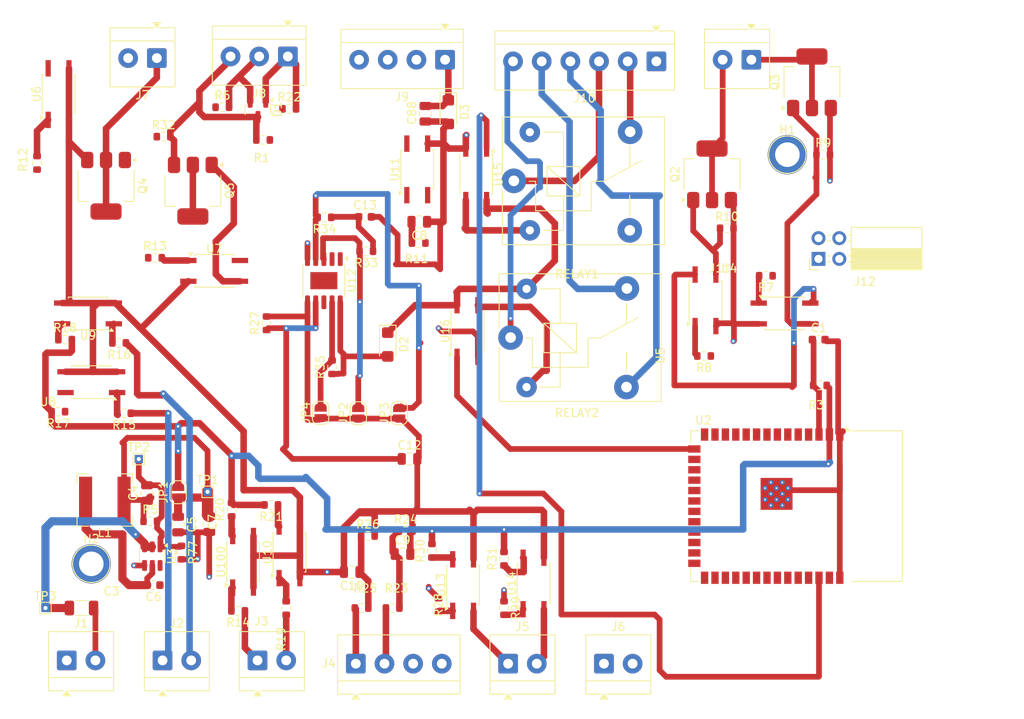
<source format=kicad_pcb>
(kicad_pcb (version 20241229) (generator "pcbnew") (generator_version "9.0")
  (layers (0 "F.Cu" signal) (4 "In1.Cu" signal) (6 "In2.Cu" signal) (2 "B.Cu" signal) (13 "F.Paste" user) (15 "B.Paste" user) (5 "F.SilkS" user "F.Silkscreen") (7 "B.SilkS" user "B.Silkscreen") (1 "F.Mask" user) (3 "B.Mask" user) (25 "Edge.Cuts" user))
  (net 0 "")
  (net 1 "/NIVARA_ZORIONX_BOARD/RS485_B")
  (net 2 "GND")
  (net 3 "/NIVARA_ZORIONX_BOARD/RS485_A")
  (net 4 "/NIVARA_ZORIONX_BOARD/POWER SUPPLY/30v")
  (net 5 "/NIVARA_ZORIONX_BOARD/POWER SUPPLY/Vout")
  (net 6 "/NIVARA_ZORIONX_BOARD/mA_AINPUT")
  (net 7 "/NIVARA_ZORIONX_BOARD/POWER SUPPLY/SW")
  (net 8 "Net-(U11-V5V)")
  (net 9 "/NIVARA_ZORIONX_BOARD/32V_AIN/32V_ADC")
  (net 10 "/NIVARA_ZORIONX_BOARD/10V_AIN/10V_ADC")
  (net 11 "/~{RUN}{slash}STOP")
  (net 12 "Net-(U12-SET)")
  (net 14 "/NIVARA_ZORIONX_BOARD/RL1_COM")
  (net 15 "/NIVARA_ZORIONX_BOARD/RL2_OUTPUT_NO")
  (net 16 "/NIVARA_ZORIONX_BOARD/RL1_OUTPUT_NC")
  (net 17 "/NIVARA_ZORIONX_BOARD/RL2_COM")
  (net 18 "Net-(D2-A)")
  (net 19 "/NIVARA_ZORIONX_BOARD/VOLTAGE_AOUTPUT")
  (net 20 "+3.3V")
  (net 21 "VCC")
  (net 22 "/NIVARA_ZORIONX_BOARD/NPN_DINPUT_0")
  (net 23 "/NIVARA_ZORIONX_BOARD/NPN_DINPUT_1")
  (net 24 "/NIVARA_ZORIONX_BOARD/NPN_DOUTPUT_1")
  (net 25 "/NIVARA_ZORIONX_BOARD/NPN_DOUTPUT_0")
  (net 26 "Net-(Q2-G)")
  (net 27 "Net-(Q3-G)")
  (net 28 "Net-(Q5-G)")
  (net 29 "Net-(R15-Pad2)")
  (net 30 "Net-(R16-Pad2)")
  (net 31 "Net-(R19-Pad2)")
  (net 32 "Net-(R20-Pad2)")
  (net 33 "Net-(U3-BST)")
  (net 34 "Net-(U3-FB)")
  (net 35 "Net-(R7-Pad2)")
  (net 36 "NPN_VCC")
  (net 37 "Net-(R8-Pad2)")
  (net 38 "Net-(R12-Pad2)")
  (net 39 "/NIVARA_ZORIONX_BOARD/PNP_DINPUT_1")
  (net 40 "NPNIN_GND")
  (net 41 "/NIVARA_ZORIONX_BOARD/PNP_DINPUT_0")
  (net 42 "/NIVARA_ZORIONX_BOARD/NPN_IN_Mod_2/NPN_Output1")
  (net 43 "/NIVARA_ZORIONX_BOARD/+32V_AINPUT")
  (net 46 "Net-(U2-EN)")
  (net 53 "/NIVARA_ZORIONX_BOARD/+10V_AINPUT")
  (net 54 "/NIVARA_ZORIONX_BOARD/DRY_DINPUT_1")
  (net 57 "/NIVARA_ZORIONX_BOARD/DRY_DINPUT_0")
  (net 58 "/NIVARA_ZORIONX_BOARD/PNP_DOUTPUT_0")
  (net 63 "/NIVARA_ZORIONX_BOARD/mA_AOUTPUT+")
  (net 69 "/NIVARA_ZORIONX_BOARD/mA_AOUTPUT-")
  (net 80 "/NIVARA_ZORIONX_BOARD/RL2_OUTPUT_NC")
  (net 81 "/NIVARA_ZORIONX_BOARD/RL1_OUTPUT_NO")
  (net 83 "/USB+")
  (net 84 "/USB-")
  (net 86 "Net-(JP2-B)")
  (net 87 "Net-(JP3-B)")
  (net 88 "Net-(JP4-B)")
  (net 90 "/NIVARA_ZORIONX_BOARD/PNP_DOUTPUT_1")
  (net 91 "/NIVARA_ZORIONX_BOARD/mA_IN/input_4-20")
  (net 92 "Net-(U1-B)")
  (net 93 "/NIVARA_ZORIONX_BOARD/NPN_OUT/NPN_OUT_EN0")
  (net 94 "/NIVARA_ZORIONX_BOARD/NPN_OUT/NPN_OUT_EN1")
  (net 95 "/NIVARA_ZORIONX_BOARD/VOLTAGE_AOUT/SEL")
  (net 98 "Net-(R13-Pad2)")
  (net 99 "Net-(R14-Pad2)")
  (net 100 "/NIVARA_ZORIONX_BOARD/NPN_IN/NPN_Output0")
  (net 101 "/NIVARA_ZORIONX_BOARD/NPN_IN/NPN_Output1")
  (net 102 "/NIVARA_ZORIONX_BOARD/PNP_IN/PNP_Output0")
  (net 103 "/NIVARA_ZORIONX_BOARD/PNP_IN/PNP_Output1")
  (net 104 "Net-(U1-A)")
  (net 105 "Net-(R28-Pad2)")
  (net 106 "Net-(R29-Pad2)")
  (net 107 "/NIVARA_ZORIONX_BOARD/DRY_INPUT/DRY_OUT0")
  (net 108 "/NIVARA_ZORIONX_BOARD/DRY_INPUT/DRY_OUT1")
  (net 109 "Net-(D4-A)")
  (net 110 "/NIVARA_ZORIONX_BOARD/RELAY/RELAY1_NO")
  (net 111 "Net-(D5-A)")
  (net 112 "/NIVARA_ZORIONX_BOARD/RS485/UART_RX")
  (net 113 "/NIVARA_ZORIONX_BOARD/mA_READ")
  (net 114 "/NIVARA_ZORIONX_BOARD/USB-")
  (net 115 "/NIVARA_ZORIONX_BOARD/RELAY/RL2_EN")
  (net 116 "/NIVARA_ZORIONX_BOARD/USB+")
  (net 117 "/NIVARA_ZORIONX_BOARD/RELAY/RL1_EN")
  (net 118 "/NIVARA_ZORIONX_BOARD/RS485/UART_TX")
  (net 120 "PNP_VCC")
  (footprint "Resistor_SMD:R_0603_1608Metric" (layer "F.Cu") (at 134.825 61.8 180)
    (property "Reference" "R8")
    (property "Value" "100")
  )
  (footprint "Resistor_SMD:R_0603_1608Metric" (layer "F.Cu") (at 77.93 92.95 180)
    (property "Reference" "R14")
    (property "Value" "910")
  )
  (footprint "Package_TO_SOT_SMD:SOT-223" (layer "F.Cu") (at 148 28.35 90)
    (property "Reference" "Q3")
    (property "Value" "NCV8402xST")
  )
  (footprint "Capacitor_SMD:C_0805_2012Metric" (layer "F.Cu") (at 91.8 88.2 180)
    (property "Reference" "C10")
    (property "Value" "100nF")
  )
  (footprint "Resistor_SMD:R_0603_1608Metric" (layer "F.Cu") (at 88.47 44.86 180)
    (property "Reference" "R34")
    (property "Value" "10k")
  )
  (footprint "Capacitor_SMD:C_0603_1608Metric" (layer "F.Cu") (at 148.825 59.8)
    (property "Reference" "C1")
    (property "Value" "1uf")
  )
  (footprint "Package_SO:SO-4_4.4x3.6mm_P2.54mm" (layer "F.Cu") (at 114 89.6 90)
    (property "Reference" "U14")
    (property "Value" "LTV-357TB")
  )
  (footprint "Resistor_SMD:R_0603_1608Metric" (layer "F.Cu") (at 55.975 68.6 180)
    (property "Reference" "R17")
    (property "Value" "412")
  )
  (footprint "Resistor_SMD:R_0603_1608Metric" (layer "F.Cu") (at 93 92.6)
    (property "Reference" "R25")
    (property "Value" "51k")
  )
  (footprint "Capacitor_SMD:C_0603_1608Metric" (layer "F.Cu") (at 67.6 89.8 180)
    (property "Reference" "C6")
    (property "Value" "100nf")
  )
  (footprint "TerminalBlock_4Ucon:TerminalBlock_4Ucon_1x02_P3.50mm_Horizontal" (layer "F.Cu") (at 80.3 99)
    (property "Reference" "J3")
    (property "Value" "Screw_Terminal_01x02")
  )
  (footprint "Package_TO_SOT_SMD:SOT-223" (layer "F.Cu") (at 72.4 41.6 -90)
    (property "Reference" "Q5")
    (property "Value" "NCV8402xST")
  )
  (footprint "Jumper:SolderJumper-2_P1.3mm_Open_RoundedPad1.0x1.5mm" (layer "F.Cu") (at 92.6 68.8 90)
    (property "Reference" "JP2")
    (property "Value" "SolderJumper_2_Open")
  )
  (footprint "Relay_THT:Relay_SPDT_SANYOU_SRD_Series_Form_C" (layer "F.Cu") (at 111.2 59.55)
    (property "Reference" "RELAY2")
    (property "Value" "SANYOU_SRD_Form_C")
  )
  (footprint "Jumper:SolderJumper-2_P1.3mm_Open_RoundedPad1.0x1.5mm" (layer "F.Cu") (at 97.6 68.8 90)
    (property "Reference" "JP3")
    (property "Value" "SolderJumper_2_Open")
  )
  (footprint "Resistor_SMD:R_0603_1608Metric" (layer "F.Cu") (at 142.375 52 180)
    (property "Reference" "R7")
    (property "Value" "100")
  )
  (footprint "Package_SO:SO-4_4.4x3.6mm_P2.54mm" (layer "F.Cu") (at 78.53 86.95 90)
    (property "Reference" "U100")
    (property "Value" "LTV-357TB")
  )
  (footprint "Resistor_SMD:R_0603_1608Metric" (layer "F.Cu") (at 83.8 92.6 90)
    (property "Reference" "R19")
    (property "Value" "910")
  )
  (footprint "Resistor_SMD:R_0603_1608Metric" (layer "F.Cu") (at 68.825 35)
    (property "Reference" "R32")
    (property "Value" "R")
  )
  (footprint "Capacitor_SMD:C_1206_3216Metric" (layer "F.Cu") (at 58.8 92.6)
    (property "Reference" "C3")
    (property "Value" "10mf")
  )
  (footprint "Resistor_SMD:R_0603_1608Metric" (layer "F.Cu") (at 96.8 92.6)
    (property "Reference" "R23")
    (property "Value" "160k")
  )
  (footprint "Resistor_SMD:R_0603_1608Metric" (layer "F.Cu") (at 110.4 92.6 -90)
    (property "Reference" "R29")
    (property "Value" "910")
  )
  (footprint "Resistor_SMD:R_0603_1608Metric" (layer "F.Cu") (at 93.775 83.8)
    (property "Reference" "R26")
    (property "Value" "16k")
  )
  (footprint "Capacitor_SMD:C_0805_2012Metric" (layer "F.Cu") (at 100.05 45.4 180)
    (property "Reference" "C8")
    (property "Value" "1uF")
  )
  (footprint "Resistor_SMD:R_0603_1608Metric" (layer "F.Cu") (at 89.4 63.175 90)
    (property "Reference" "R35")
    (property "Value" "10k")
  )
  (footprint "TerminalBlock_4Ucon:TerminalBlock_4Ucon_1x02_P3.50mm_Horizontal" (layer "F.Cu") (at 68.7 99)
    (property "Reference" "J2")
    (property "Value" "Screw_Terminal_01x02")
  )
  (footprint "TerminalBlock_4Ucon:TerminalBlock_4Ucon_1x02_P3.50mm_Horizontal" (layer "F.Cu") (at 68 25.4 180)
    (property "Reference" "J7")
    (property "Value" "Screw_Terminal_01x02")
  )
  (footprint "Jumper:SolderJumper-2_P1.3mm_Open_RoundedPad1.0x1.5mm" (layer "F.Cu") (at 70.6 78.45 90)
    (property "Reference" "JP1")
    (property "Value" "SolderJumper_2_Open")
  )
  (footprint "Capacitor_SMD:C_0805_2012Metric" (layer "F.Cu") (at 66.8 78.55 90)
    (property "Reference" "C4")
    (property "Value" "100nf")
  )
  (footprint "Package_SO:SO-4_4.4x3.6mm_P2.54mm" (layer "F.Cu") (at 84.2 85.8 90)
    (property "Reference" "U10")
    (property "Value" "LTV-357TB")
  )
  (footprint "TerminalBlock_4Ucon:TerminalBlock_4Ucon_1x02_P3.50mm_Horizontal" (layer "F.Cu") (at 140.6 25.6 180)
    (property "Reference" "J11")
    (property "Value" "Screw_Terminal_01x02")
  )
  (footprint "Resistor_SMD:R_0603_1608Metric" (layer "F.Cu") (at 76 31.4)
    (property "Reference" "R6")
    (property "Value" "R_US")
  )
  (footprint "Resistor_SMD:R_0603_1608Metric" (layer "F.Cu") (at 53.375 38.2 90)
    (property "Reference" "R12")
    (property "Value" "100")
  )
  (footprint "Package_TO_SOT_SMD:TSOT-23-6" (layer "F.Cu") (at 67.45 86.2625 -90)
    (property "Reference" "U3")
    (property "Value" "AP63203WU")
  )
  (footprint "Capacitor_SMD:C_0603_1608Metric" (layer "F.Cu") (at 93.425 44.8)
    (property "Reference" "C13")
    (property "Value" "1uF")
  )
  (footprint "Package_SO:SO-4_4.4x3.6mm_P2.54mm" (layer "F.Cu") (at 105.93 58.75 90)
    (property "Reference" "U16")
    (property "Value" "LTV-357TB")
  )
  (footprint "Capacitor_SMD:C_0805_2012Metric" (layer "F.Cu") (at 74.4 82.35 -90)
    (property "Reference" "C7")
    (property "Value" "22uf")
  )
  (footprint "Package_TO_SOT_SMD:SOT-223" (layer "F.Cu") (at 61.8 41 -90)
    (property "Reference" "Q4")
    (property "Value" "NCV8402xST")
  )
  (footprint "Relay_THT:Relay_SPDT_SANYOU_SRD_Series_Form_C" (layer "F.Cu") (at 111.6 40.4)
    (property "Reference" "RELAY1")
    (property "Value" "SANYOU_SRD_Form_C")
  )
  (footprint "RF_Module:ESP32-S3-WROOM-1" (layer "F.Cu") (at 146.14 80.15 -90)
    (property "Reference" "U2")
    (property "Value" "ESP32-S3-WROOM-1")
  )
  (footprint "Resistor_SMD:R_0603_1608Metric" (layer "F.Cu") (at 149.375 37.2)
    (property "Reference" "R9")
    (property "Value" "R")
  )
  (footprint "Capacitor_SMD:C_0805_2012Metric" (layer "F.Cu") (at 100.8 32.2 90)
    (property "Reference" "C88")
    (property "Value" "100nF")
  )
  (footprint "Package_SO:SO-4_4.4x3.6mm_P2.54mm" (layer "F.Cu") (at 59.6 56.6 180)
    (property "Reference" "U9")
    (property "Value" "LTV-357TB")
  )
  (footprint "Resistor_SMD:R_0603_1608Metric" (layer "F.Cu") (at 63.4 60.2 180)
    (property "Reference" "R16")
    (property "Value" "910")
  )
  (footprint "TerminalBlock_4Ucon:TerminalBlock_4Ucon_1x06_P3.50mm_Horizontal" (layer "F.Cu") (at 129 25.8 180)
    (property "Reference" "J10")
    (property "Value" "Screw_Terminal_01x06")
  )
  (footprint "TestPoint:TestPoint_THTPad_1.0x1.0mm_Drill0.5mm" (layer "F.Cu") (at 65.8 74.4)
    (property "Reference" "TP2")
    (property "Value" "TestPoint")
  )
  (footprint "Inductor_SMD:L_Bourns-SRN6028" (layer "F.Cu") (at 61.65 79.4)
    (property "Reference" "L1")
    (property "Value" "L_Iron")
  )
  (footprint "TerminalBlock_4Ucon:TerminalBlock_4Ucon_1x02_P3.50mm_Horizontal" (layer "F.Cu") (at 122.6 99.4)
    (property "Reference" "J6")
    (property "Value" "Screw_Terminal_01x02")
  )
  (footprint "Resistor_SMD:R_0603_1608Metric" (layer "F.Cu") (at 102.4 92.225 -90)
    (property "Reference" "R28")
    (property "Value" "910")
  )
  (footprint "Resistor_SMD:R_0603_1608Metric" (layer "F.Cu") (at 101.6 85.6 90)
    (property "Reference" "R30")
    (property "Value" "412")
  )
  (footprint "TerminalBlock_4Ucon:TerminalBlock_4Ucon_1x02_P3.50mm_Horizontal" (layer "F.Cu") (at 57 99)
    (property "Reference" "J1")
    (property "Value" "Screw_Terminal_01x02")
  )
  (footprint "TerminalBlock_4Ucon:TerminalBlock_4Ucon_1x04_P3.50mm_Horizontal" (layer "F.Cu") (at 103.2 25.6 180)
    (property "Reference" "J9")
    (property "Value" "Screw_Terminal_01x04")
  )
  (footprint "Package_SO:SO-4_4.4x3.6mm_P2.54mm" (layer "F.Cu") (at 135 55 90)
    (property "Reference" "U5")
    (property "Value" "LTV-357T")
  )
  (footprint "Resistor_SMD:R_0603_1608Metric" (layer "F.Cu") (at 67.775 49.8)
    (property "Reference" "R13")
    (property "Value" "100")
  )
  (footprint "Package_SO:SO-4_4.4x3.6mm_P2.54mm" (layer "F.Cu") (at 144.65 56.605)
    (property "Reference" "U4")
    (property "Value" "LTV-357T")
  )
  (footprint "Package_SO:SO-4_4.4x3.6mm_P2.54mm" (layer "F.Cu") (at 107 39.6 -90)
    (property "Reference" "U15")
    (property "Value" "LTV-357TB")
  )
  (footprint "TerminalBlock_4Ucon:TerminalBlock_4Ucon_1x04_P3.50mm_Horizontal" (layer "F.Cu") (at 92.3 99.4)
    (property "Reference" "J4")
    (property "Value" "Screw_Terminal_01x04")
  )
  (footprint "Resistor_SMD:R_0603_1608Metric" (layer "F.Cu") (at 137.6 46.2)
    (property "Reference" "R10")
    (property "Value" "R")
  )
  (footprint "Capacitor_SMD:C_0805_2012Metric" (layer "F.Cu") (at 70.6 82.4 -90)
    (property "Reference" "C5")
    (property "Value" "22uf")
  )
  (footprint "Jumper:SolderJumper-2_P1.3mm_Open_RoundedPad1.0x1.5mm" (layer "F.Cu") (at 88 68.75 90)
    (property "Reference" "JP4")
    (property "Value" "SolderJumper_2_Open")
  )
  (footprint "Resistor_SMD:R_0603_1608Metric" (layer "F.Cu") (at 71 85.825 -90)
    (property "Reference" "R77")
    (property "Value" "R_US")
  )
  (footprint "Package_SO:SO-4_4.4x3.6mm_P2.54mm" (layer "F.Cu") (at 105.4 89.8 90)
    (property "Reference" "U13")
    (property "Value" "LTV-357TB")
  )
  (footprint "Diode_SMD:D_SMF" (layer "F.Cu") (at 103.6 32 -90)
    (property "Reference" "D3")
    (property "Value" "SMF24A")
  )
  (footprint "Package_SO:SO-4_4.4x3.6mm_P2.54mm" (layer "F.Cu") (at 99.8 39 90)
    (property "Reference" "U11")
    (property "Value" "LTV-357TB")
  )
  (footprint "TestPoint:TestPoint_Plated_Hole_D3.0mm" (layer "F.Cu") (at 60 87.2)
    (property "Reference" "H2")
    (property "Value" "MountingHole")
  )
  (footprint "Resistor_SMD:R_0603_1608Metric" (layer "F.Cu") (at 98.4 83.2)
    (property "Reference" "R24")
    (property "Value" "13k")
  )
  (footprint "Resistor_SMD:R_0603_1608Metric" (layer "F.Cu") (at 99.975 48 180)
    (property "Reference" "R11")
    (property "Value" "10k")
  )
  (footprint "TerminalBlock_4Ucon:TerminalBlock_4Ucon_1x02_P3.50mm_Horizontal" (layer "F.Cu") (at 110.9 99.4)
    (property "Reference" "J5")
    (property "Value" "Screw_Terminal_01x02")
  )
  (footprint "Resistor_SMD:R_0603_1608Metric" (layer "F.Cu") (at 93.575 49 180)
    (property "Reference" "R33")
    (property "Value" "10k")
  )
  (footprint "Resistor_SMD:R_0603_1608Metric" (layer "F.Cu") (at 67.2 82)
    (property "Reference" "R5")
    (property "Value" "R_US")
  )
  (footprint "Resistor_SMD:R_0603_1608Metric" (layer "F.Cu") (at 110.4 86.575 90)
    (property "Reference" "R31")
    (property "Value" "412")
  )
  (footprint "Package_SO:SO-4_4.4x3.6mm_P2.54mm" (layer "F.Cu") (at 56 29.8 90)
    (property "Reference" "U6")
    (property "Value" "LTV-357T")
  )
  (footprint "Resistor_SMD:R_0603_1608Metric" (layer "F.Cu") (at 148.975 65.4 180)
    (property "Reference" "R3")
    (property "Value" "R_US")
  )
  (footprint "Resistor_SMD:R_0603_1608Metric" (layer "F.Cu") (at 81.975 80 180)
    (property "Reference" "R21")
    (property "Value" "412")
  )
  (footprint "Package_SO:SSOP-10-1EP_3.9x4.9mm_P1mm_EP2.1x3.3mm" (layer "F.Cu") (at 88.4 52.6 -90)
    (property "Reference" "U12")
    (property "Value" "~")
  )
  (footprint "Connector_PinSocket_2.54mm:PinSocket_2x02_P2.54mm_Horizontal" (layer "F.Cu") (at 148.8 49.94 180)
    (property "Reference" "J12")
    (property "Value" "USB_ext")
  )
  (footprint "Capacitor_SMD:C_0805_2012Metric" (layer "F.Cu") (at 98.855 74.38)
    (property "Reference" "C12")
    (property "Value" "220pF")
  )
  (footprint "TestPoint:TestPoint_THTPad_1.0x1.0mm_Drill0.5mm" (layer "F.Cu") (at 74.2 78.4)
    (property "Reference" "TP1")
    (property "Value" "TestPoint")
  )
  (footprint "Capacitor_SMD:C_0805_2012Metric" (layer "F.Cu") (at 98 86)
    (property "Reference" "C9")
    (property "Value" "100nF")
  )
  (footprint "Resistor_SMD:R_0603_1608Metric" (layer "F.Cu") (at 77.13 80.575 90)
    (property "Reference" "R20")
    (property "Value" "412")
  )
  (footprint "Resistor_SMD:R_0603_1608Metric" (layer "F.Cu") (at 64 68.8 180)
    (property "Reference" "R15")
    (property "Value" "910")
  )
  (footprint "Package_TO_SOT_SMD:SOT-223" (layer "F.Cu") (at 135.8 39.6 90)
    (property "Reference" "Q2")
    (property "Value" "NCV8402xST")
  )
  (footprint "TestPoint:TestPoint_THTPad_1.0x1.0mm_Drill0.5mm" (layer "F.Cu") (at 54.4 92.6)
    (property "Reference" "TP3")
    (property "Value" "TestPoint")
  )
  (footprint "Resistor_SMD:R_0603_1608Metric" (layer "F.Cu") (at 56.8 59.8)
    (property "Reference" "R18")
    (property "Value" "412" (hide yes))
  )
  (footprint "Diode_SMD:D_SMF" (layer "F.Cu") (at 96.2 60.4 -90)
    (property "Reference" "D2")
    (property "Value" "D_Zener")
  )
  (footprint "TestPoint:TestPoint_Plated_Hole_D3.0mm" (layer "F.Cu") (at 145 37.2)
    (property "Reference" "H1")
    (property "Value" "MountingHole")
  )
  (footprint "Resistor_SMD:R_0603_1608Metric" (layer "F.Cu") (at 84.175 31.6)
    (property "Reference" "R22")
    (property "Value" "R_US")
  )
  (footprint "TerminalBlock_4Ucon:TerminalBlock_4Ucon_1x03_P3.50mm_Horizontal" (layer "F.Cu") (at 84 25.2 180)
    (property "Reference" "J8")
    (property "Value" "Screw_Terminal_01x03")
  )
  (footprint "Resistor_SMD:R_0603_1608Metric" (layer "F.Cu") (at 80.975 35.4 180)
    (property "Reference" "R1")
    (property "Value" "R_US")
  )
  (footprint "Package_TO_SOT_SMD:SOT-23" (layer "F.Cu") (at 80.35 31.6625 -90)
    (property "Reference" "D1")
    (property "Value" "SM712_SOT23")
  )
  (footprint "Package_SO:SO-4_4.4x3.6mm_P2.54mm" (layer "F.Cu") (at 75 51.4)
    (property "Reference" "U7")
    (property "Value" "LTV-357T")
  )
  (footprint "Resistor_SMD:R_0603_1608Metric" (layer "F.Cu") (at 81.4 57.8 90)
    (property "Reference" "R27")
    (property "Value" "2.5k")
  )
  (footprint "Package_SO:SO-4_4.4x3.6mm_P2.54mm" (layer "F.Cu") (at 60 65 180)
    (property "Reference" "U8")
    (property "Value" "LTV-357TB")
  )
  (segment (start 79.4 30.725) (end 79.4 29) (width 0.8) (layer "F.Cu") (net 1))
  (segment (start 78.05 27.65) (end 80.5 25.2) (width 0.8) (layer "F.Cu") (net 1))
  (segment (start 76.825 31.4) (end 76.825 28.875) (width 0.8) (layer "F.Cu") (net 1))
  (segment (start 76.825 28.875) (end 78.05 27.65) (width 0.8) (layer "F.Cu") (net 1))
  (segment (start 79.4 29) (end 78.05 27.65) (width 0.8) (layer "F.Cu") (net 1))
  (segment (start 88.05 69.45) (end 88 69.4) (width 0.7) (layer "F.Cu") (net 2))
  (segment (start 94.8 80.8) (end 92.8 80.8) (width 0.8) (layer "F.Cu") (net 2))
  (segment (start 102.8 58.8) (end 102.4 58.4) (width 0.7) (layer "F.Cu") (net 2))
  (segment (start 99.4 80.8) (end 97.8 80.8) (width 0.8) (layer "F.Cu") (net 2))
  (segment (start 80.15 32.8) (end 80.35 32.6) (width 0.8) (layer "F.Cu") (net 2))
  (segment (start 57.27 35.62) (end 57.27 32.95) (width 0.8) (layer "F.Cu") (net 2))
  (segment (start 138.4 57.8) (end 138.475 57.875) (width 0.7) (layer "F.Cu") (net 2))
  (segment (start 97.2 50.6) (end 102 50.6) (width 0.7) (layer "F.Cu") (net 2))
  (segment (start 59.5 37.85) (end 57.27 35.62) (width 0.8) (layer "F.Cu") (net 2))
  (segment (start 85.47 86.2) (end 85.47 82.65) (width 0.8) (layer "F.Cu") (net 2))
  (segment (start 78.6 78.2) (end 84.6 78.2) (width 0.8) (layer "F.Cu") (net 2))
  (segment (start 103.65 36.45) (end 103 35.8) (width 0.8) (layer "F.Cu") (net 2))
  (segment (start 79.8 90.1) (end 79.8 86.2) (width 0.8) (layer "F.Cu") (net 2))
  (segment (start 106.67 86.65) (end 106.67 81.07) (width 0.8) (layer "F.Cu") (net 2))
  (segment (start 138.425 43.075) (end 138.1 42.75) (width 0.7) (layer "F.Cu") (net 2))
  (segment (start 85.47 88.95) (end 85.47 88.2) (width 0.8) (layer "F.Cu") (net 2))
  (segment (start 71.85 52.67) (end 66.22 58.3) (width 0.8) (layer "F.Cu") (net 2))
  (segment (start 94.2 44.8) (end 95.2 44.8) (width 0.7) (layer "F.Cu") (net 2))
  (segment (start 97.6 69.45) (end 92.6 69.45) (width 0.7) (layer "F.Cu") (net 2))
  (segment (start 105.73 36.45) (end 103.65 36.45) (width 0.8) (layer "F.Cu") (net 2))
  (segment (start 138.475 59.925) (end 138.4 60) (width 0.7) (layer "F.Cu") (net 2))
  (segment (start 85.47 88.2) (end 85.47 86.2) (width 0.8) (layer "F.Cu") (net 2))
  (segment (start 138.425 57.775) (end 138.4 57.8) (width 0.7) (layer "F.Cu") (net 2))
  (segment (start 88.8 88.2) (end 85.47 88.2) (width 0.8) (layer "F.Cu") (net 2))
  (segment (start 138.4 57.8) (end 136.62 57.8) (width 0.7) (layer "F.Cu") (net 2))
  (segment (start 60.2 63.73) (end 56.85 63.73) (width 0.8) (layer "F.Cu") (net 2))
  (segment (start 86.375 56.975) (end 86.4 57) (width 0.7) (layer "F.Cu") (net 2))
  (segment (start 100 74.185) (end 99.805 74.38) (width 0.7) (layer "F.Cu") (net 2))
  (segment (start 151.4 78.2) (end 144.13 78.2) (width 0.7) (layer "F.Cu") (net 2))
  (segment (start 98.95 83.475) (end 99.225 83.2) (width 0.8) (layer "F.Cu") (net 2))
  (segment (start 95.2 44.8) (end 97.4 47) (width 0.7) (layer "F.Cu") (net 2))
  (segment (start 151.4 88.9) (end 151.4 75) (width 0.7) (layer "F.Cu") (net 2))
  (segment (start 150.3 31.5) (end 150.2 31.6) (width 0.7) (layer "F.Cu") (net 2))
  (segment (start 73 83.35) (end 73 86.6) (width 0.7) (layer "F.Cu") (net 2))
  (segment (start 90.85 82.75) (end 90.85 88.2) (width 0.8) (layer "F.Cu") (net 2))
  (segment (start 85.47 79.07) (end 85.47 82.65) (width 0.8) (layer "F.Cu") (net 2))
  (segment (start 57.27 35.62) (end 57.27 55) (width 0.8) (layer "F.Cu") (net 2))
  (segment (start 73.2 30.8) (end 73.2 29.4) (width 0.8) (layer "F.Cu") (net 2))
  (segment (start 151.2 60) (end 151.2 71.2) (width 0.7) (layer "F.Cu") (net 2))
  (segment (start 99.225 81.225) (end 99.225 83.2) (width 0.8) (layer "F.Cu") (net 2))
  (segment (start 60.5 99) (end 60.5 92.825) (width 0.7) (layer "F.Cu") (net 2))
  (segment (start 62.93 55.33) (end 65.9 58.3) (width 0.8) (layer "F.Cu") (net 2))
  (segment (start 79.8 86.2) (end 79.8 83.8) (width 0.8) (layer "F.Cu") (net 2))
  (segment (start 66.22 58.3) (end 65.9 58.3) (width 0.8) (layer "F.Cu") (net 2))
  (segment (start 60.2 55.93) (end 60.8 55.33) (width 0.8) (layer "F.Cu") (net 2))
  (segment (start 69.65 34.35) (end 69.65 35) (width 0.8) (layer "F.Cu") (net 2))
  (segment (start 74.4 83.3) (end 74.4 88.8) (width 0.7) (layer "F.Cu") (net 2))
  (segment (start 97.6 69.45) (end 97.85 69.45) (width 0.7) (layer "F.Cu") (net 2))
  (segment (start 79.8 86.2) (end 85.47 86.2) (width 0.8) (layer "F.Cu") (net 2))
  (segment (start 70.1 35.45) (end 69.65 35) (width 0.8) (layer "F.Cu") (net 2))
  (segment (start 80.35 32.6) (end 73.8 32.6) (width 0.8) (layer "F.Cu") (net 2))
  (segment (start 97.4 47) (end 97.4 50.4) (width 0.7) (layer "F.Cu") (net 2))
  (segment (start 115.27 80.87) (end 115 80.6) (width 0.8) (layer "F.Cu") (net 2))
  (segment (start 103 45.4) (end 103 35.8) (width 0.8) (layer "F.Cu") (net 2))
  (segment (start 92.8 80.8) (end 92.6 81) (width 0.8) (layer "F.Cu") (net 2))
  (segment (start 65.9 58.3) (end 78.6 71) (width 0.8) (layer "F.Cu") (net 2))
  (segment (start 103 35.8) (end 103 34.05) (width 0.8) (layer "F.Cu") (net 2))
  (segment (start 57.27 26.65) (end 57.27 32.95) (width 0.8) (layer "F.Cu") (net 2))
  (segment (start 94.6 83.8) (end 94.6 81) (width 0.8) (layer "F.Cu") (net 2))
  (segment (start 66.5 87.4) (end 65.2 87.4) (width 0.7) (layer "F.Cu") (net 2))
  (segment (start 73.2 30.8) (end 69.65 34.35) (width 0.8) (layer "F.Cu") (net 2))
  (segment (start 56.45 55.33) (end 57.6 55.33) (width 0.8) (layer "F.Cu") (net 2))
  (segment (start 103 34.05) (end 103.6 33.45) (width 0.8) (layer "F.Cu") (net 2))
  (segment (start 73.2 29.4) (end 77 25.6) (width 0.8) (layer "F.Cu") (net 2))
  (segment (start 102.6 45.8) (end 103 45.4) (width 0.7) (layer "F.Cu") (net 2))
  (segment (start 86.4 55.2375) (end 86.4 57) (width 0.7) (layer "F.Cu") (net 2))
  (segment (start 70.1 38.45) (end 70.1 35.45) (width 0.8) (layer "F.Cu") (net 2))
  (segment (start 97.85 69.45) (end 100 71.6) (width 0.7) (layer "F.Cu") (net 2))
  (segment (start 90.85 88.2) (end 88.8 88.2) (width 0.8) (layer "F.Cu") (net 2))
  (segment (start 107.14 80.6) (end 106.67 81.07) (width 0.8) (layer "F.Cu") (net 2))
  (segment (start 80.15 35.4) (end 80.15 32.8) (width 0.8) (layer "F.Cu") (net 2))
  (segment (start 99.805 80.395) (end 99.4 80.8) (width 0.7) (layer "F.Cu") (net 2))
  (segment (start 98.8 80.8) (end 99.225 81.225) (width 0.8) (layer "F.Cu") (net 2))
  (segment (start 74.35 83.35) (end 74.4 83.3) (width 0.7) (layer "F.Cu") (net 2))
  (segment (start 70.6 83.35) (end 73 83.35) (width 0.7) (layer "F.Cu") (net 2))
  (segment (start 92.6 81) (end 90.85 82.75) (width 0.8) (layer "F.Cu") (net 2))
  (segment (start 138.475 57.875) (end 138.475 59.925) (width 0.7) (layer "F.Cu") (net 2))
  (segment (start 78.6 71) (end 78.6 78.2) (width 0.8) (layer "F.Cu") (net 2))
  (segment (start 144.13 78.2) (end 143.68 78.65) (width 0.7) (layer "F.Cu") (net 2))
  (segment (start 102.95 35.85) (end 103 35.8) (width 0.8) (layer "F.Cu") (net 2))
  (segment (start 94.2 81) (end 94.6 81) (width 0.8) (layer "F.Cu") (net 2))
  (segment (start 106 80.8) (end 99.4 80.8) (width 0.8) (layer "F.Cu") (net 2))
  (segment (start 57.27 55) (end 57.6 55.33) (width 0.8) (layer "F.Cu") (net 2))
  (segment (start 151.2 71.2) (end 151.4 71.4) (width 0.7) (layer "F.Cu") (net 2))
  (segment (start 86.4 57) (end 86.4 69.6) (width 0.7) (layer "F.Cu") (net 2))
  (segment (start 98.95 86) (end 98.95 83.475) (width 0.8) (layer "F.Cu") (net 2))
  (segment (start 62.75 55.33) (end 62.93 55.33) (width 0.8) (layer "F.Cu") (net 2))
  (segment (start 115.27 86.45) (end 115.27 80.87) (width 0.8) (layer "F.Cu") (net 2))
  (segment (start 151.8 71) (end 151.4 71.4) (width 0.7) (layer "F.Cu") (net 2))
  (segment (start 136.62 57.8) (end 136.27 58.15) (width 0.7) (layer "F.Cu") (net 2))
  (segment (start 72.95 86.65) (end 73 86.6) (width 0.7) (layer "F.Cu") (net 2))
  (segment (start 149.8 60) (end 151.2 60) (width 0.7) (layer "F.Cu") (net 2))
  (segment (start 102.6 51.2) (end 102.6 45.8) (width 0.7) (layer "F.Cu") (net 2))
  (segment (start 107.2 61.9) (end 107.2 59.4) (width 0.7) (layer "F.Cu") (net 2))
  (segment (start 150.2 31.6) (end 150.2 37.2) (width 0.7) (layer "F.Cu") (net 2))
  (segment (start 57.6 55.33) (end 60.8 55.33) (width 0.8) (layer "F.Cu") (net 2))
  (segment (start 84.6 78.2) (end 85.47 79.07) (width 0.8) (layer "F.Cu") (net 2))
  (segment (start 101.07 35.85) (end 102.95 35.85) (width 0.8) (layer "F.Cu") (net 2))
  (segment (start 60.8 55.33) (end 62.75 55.33) (width 0.8) (layer "F.Cu") (net 2))
  (segment (start 138.425 46.2) (end 138.425 57.775) (width 0.7) (layer "F.Cu") (net 2))
  (segment (start 94.8 80.8) (end 97.8 80.8) (width 0.8) (layer "F.Cu") (net 2))
  (segment (start 81.4 56.975) (end 86.375 56.975) (width 0.7) (layer "F.Cu") (net 2))
  (segment (start 150.2 37.2) (end 150.2 40.4) (width 0.7) (layer "F.Cu") (net 2))
  (segment (start 105.73 34.87) (end 105.8 34.8) (width 0.8) (layer "F.Cu") (net 2))
  (segment (start 107.2 59.4) (end 106.6 58.8) (width 0.7) (layer "F.Cu") (net 2))
  (segment (start 106.67 81.07) (end 106.2 80.6) (width 0.8) (layer "F.Cu") (net 2))
  (segment (start 63.15 63.73) (end 60.2 63.73) (width 0.8) (layer "F.Cu") (net 2))
  (segment (start 101 45.4) (end 103 45.4) (width 0.8) (layer "F.Cu") (net 2))
  (segment (start 138.475 57.875) (end 141.5 57.875) (width 0.7) (layer "F.Cu") (net 2))
  (segment (start 73.2 32) (end 73.2 30.8) (width 0.8) (layer "F.Cu") (net 2))
  (segment (start 100.8 33.15) (end 103.3 33.15) (width 0.8) (layer "F.Cu") (net 2))
  (segment (start 151.4 75) (end 151.4 78.2) (width 0.7) (layer "F.Cu") (net 2))
  (segment (start 94.6 81) (end 94.8 80.8) (width 0.8) (layer "F.Cu") (net 2))
  (segment (start 71 86.65) (end 72.95 86.65) (width 0.7) (layer "F.Cu") (net 2))
  (segment (start 87.8 69.6) (end 88 69.4) (width 0.7) (layer "F.Cu") (net 2))
  (segment (start 149.6 59.8) (end 149.8 60) (width 0.7) (layer "F.Cu") (net 2))
  (segment (start 60.5 92.825) (end 60.275 92.6) (width 0.7) (layer "F.Cu") (net 2))
  (segment (start 99.805 74.38) (end 99.805 80.395) (width 0.7) (layer "F.Cu") (net 2))
  (segment (start 106.6 58.8) (end 102.8 58.8) (width 0.7) (layer "F.Cu") (net 2))
  (segment (start 151.4 71.4) (end 151.4 75) (width 0.7) (layer "F.Cu") (net 2))
  (segment (start 86.4 69.6) (end 87.8 69.6) (width 0.7) (layer "F.Cu") (net 2))
  (segment (start 94.2 81) (end 92.6 81) (width 0.8) (layer "F.Cu") (net 2))
  (segment (start 102 50.6) (end 102.6 51.2) (width 0.7) (layer "F.Cu") (net 2))
  (segment (start 77 25.6) (end 77 25.2) (width 0.8) (layer "F.Cu") (net 2))
  (segment (start 105.73 36.45) (end 105.73 34.87) (width 0.8) (layer "F.Cu") (net 2))
  (segment (start 100 71.6) (end 100 74.185) (width 0.7) (layer "F.Cu") (net 2))
  (segment (start 73.8 32.6) (end 73.2 32) (width 0.8) (layer "F.Cu") (net 2))
  (segment (start 97.4 50.4) (end 97.2 50.6) (width 0.7) (layer "F.Cu") (net 2))
  (segment (start 73 83.35) (end 74.35 83.35) (width 0.7) (layer "F.Cu") (net 2))
  (segment (start 60.2 63.73) (end 60.2 55.93) (width 0.8) (layer "F.Cu") (net 2))
  (segment (start 97.8 80.8) (end 98.8 80.8) (width 0.8) (layer "F.Cu") (net 2))
  (segment (start 138.425 46.2) (end 138.425 43.075) (width 0.7) (layer "F.Cu") (net 2))
  (segment (start 92.6 69.45) (end 88.05 69.45) (width 0.7) (layer "F.Cu") (net 2))
  (segment (start 103.3 33.15) (end 103.6 33.45) (width 0.8) (layer "F.Cu") (net 2))
  (segment (start 106.2 80.6) (end 106 80.8) (width 0.8) (layer "F.Cu") (net 2))
  (segment (start 115 80.6) (end 107.14 80.6) (width 0.8) (layer "F.Cu") (net 2))
  (via (at 138.4 60) (size 0.6) (drill 0.3) (layers "F.Cu" "B.Cu") (net 2))
  (via (at 102.4 58.4) (size 0.6) (drill 0.3) (layers "F.Cu" "B.Cu") (net 2))
  (via (at 150.2 40.4) (size 0.6) (drill 0.3) (layers "F.Cu" "B.Cu") (net 2))
  (via (at 88.8 88.2) (size 0.6) (drill 0.3) (layers "F.Cu" "B.Cu") (net 2))
  (via (at 73 86.6) (size 0.6) (drill 0.3) (layers "F.Cu" "B.Cu") (net 2))
  (via (at 74.4 88.8) (size 0.6) (drill 0.3) (layers "F.Cu" "B.Cu") (net 2))
  (via (at 105.8 34.8) (size 0.6) (drill 0.3) (layers "F.Cu" "B.Cu") (net 2))
  (via (at 65.2 87.4) (size 0.6) (drill 0.3) (layers "F.Cu" "B.Cu") (net 2))
  (segment (start 81.3 30.725) (end 81.3 27.9) (width 0.8) (layer "F.Cu") (net 3))
  (segment (start 85 26.2) (end 84 25.2) (width 0.8) (layer "F.Cu") (net 3))
  (segment (start 81.3 27.9) (end 84 25.2) (width 0.8) (layer "F.Cu") (net 3))
  (segment (start 85 31.6) (end 85 26.2) (width 0.8) (layer "F.Cu") (net 3))
  (segment (start 66.5 85.125) (end 66.5 84.7) (width 1) (layer "F.Cu") (net 4))
  (segment (start 66.5 85.125) (end 67.4 85.125) (width 1) (layer "F.Cu") (net 4))
  (segment (start 54.4 92.6) (end 57.325 92.6) (width 1) (layer "F.Cu") (net 4))
  (segment (start 66.5 84.7) (end 65.4 83.6) (width 1) (layer "F.Cu") (net 4))
  (via (at 65.4 83.6) (size 0.6) (drill 0.3) (layers "F.Cu" "B.Cu") (net 4))
  (segment (start 55.2 82) (end 63.8 82) (width 1) (layer "B.Cu") (net 4))
  (segment (start 65.4 83.6) (end 63.8 82) (width 1) (layer "B.Cu") (net 4))
  (segment (start 54.4 82.8) (end 55.2 82) (width 1) (layer "B.Cu") (net 4))
  (segment (start 54.4 92.6) (end 54.4 82.8) (width 1) (layer "B.Cu") (net 4))
  (segment (start 74.2 79.2) (end 74.2 81.2) (width 1.4) (layer "F.Cu") (net 5))
  (segment (start 64.4 71.8) (end 72.6 71.8) (width 0.7) (layer "F.Cu") (net 5))
  (segment (start 67.2 79.1) (end 66.8 79.5) (width 1) (layer "F.Cu") (net 5))
  (segment (start 66.375 82) (end 66.375 79.925) (width 0.7) (layer "F.Cu") (net 5))
  (segment (start 63.8 72.4) (end 64.4 71.8) (width 0.7) (layer "F.Cu") (net 5))
  (segment (start 74.2 81.2) (end 74.4 81.4) (width 1.4) (layer "F.Cu") (net 5))
  (segment (start 64 79.4) (end 66.7 79.4) (width 0.7) (layer "F.Cu") (net 5))
  (segment (start 72.6 71.8) (end 74.2 73.4) (width 0.7) (layer "F.Cu") (net 5))
  (segment (start 66.7 79.4) (end 66.8 79.5) (width 0.7) (layer "F.Cu") (net 5))
  (segment (start 70.6 79.1) (end 74.1 79.1) (width 1) (layer "F.Cu") (net 5))
  (segment (start 64 79.4) (end 64 72.6) (width 0.7) (layer "F.Cu") (net 5))
  (segment (start 66.375 79.925) (end 66.8 79.5) (width 0.7) (layer "F.Cu") (net 5))
  (segment (start 70.6 81.45) (end 70.6 79.1) (width 1) (layer "F.Cu") (net 5))
  (segment (start 64 72.6) (end 63.8 72.4) (width 0.7) (layer "F.Cu") (net 5))
  (segment (start 74.2 73.4) (end 74.2 78.4) (width 0.7) (layer "F.Cu") (net 5))
  (segment (start 74.1 79.1) (end 74.2 79.2) (width 1) (layer "F.Cu") (net 5))
  (segment (start 74.2 78.4) (end 74.2 79.2) (width 1.4) (layer "F.Cu") (net 5))
  (segment (start 66.825 88.975) (end 66.825 89.8) (width 0.7) (layer "F.Cu") (net 7))
  (segment (start 59.3 82.9) (end 60 83.6) (width 1) (layer "F.Cu") (net 7))
  (segment (start 63.8 83.6) (end 63.8 89) (width 1) (layer "F.Cu") (net 7))
  (segment (start 67.45 88.35) (end 66.825 88.975) (width 0.7) (layer "F.Cu") (net 7))
  (segment (start 59.3 79.4) (end 59.3 82.9) (width 1) (layer "F.Cu") (net 7))
  (segment (start 63.8 89) (end 64.6 89.8) (width 1) (layer "F.Cu") (net 7))
  (segment (start 60 83.6) (end 63.8 83.6) (width 1) (layer "F.Cu") (net 7))
  (segment (start 67.45 87.4) (end 67.45 88.35) (width 0.7) (layer "F.Cu") (net 7))
  (segment (start 64.6 89.8) (end 66.825 89.8) (width 1) (layer "F.Cu") (net 7))
  (segment (start 99.15 45.45) (end 99.1 45.4) (width 0.8) (layer "F.Cu") (net 8))
  (segment (start 99.15 48) (end 99.15 45.45) (width 0.8) (layer "F.Cu") (net 8))
  (segment (start 96.8 85.75) (end 97.05 86) (width 0.8) (layer "F.Cu") (net 9))
  (segment (start 97.575 83.225) (end 96.8 84) (width 0.8) (layer "F.Cu") (net 9))
  (segment (start 97.625 92.6) (end 97.625 86.575) (width 0.8) (layer "F.Cu") (net 9))
  (segment (start 97.575 83.2) (end 97.575 83.225) (width 0.8) (layer "F.Cu") (net 9))
  (segment (start 97.625 86.575) (end 97.05 86) (width 0.8) (layer "F.Cu") (net 9))
  (segment (start 96.8 84) (end 96.8 85.75) (width 0.8) (layer "F.Cu") (net 9))
  (segment (start 92.95 88) (end 92.75 88.2) (width 0.8) (layer "F.Cu") (net 10))
  (segment (start 92.95 83.8) (end 92.95 88) (width 0.8) (layer "F.Cu") (net 10))
  (segment (start 93.825 92.6) (end 93.825 89.275) (width 0.8) (layer "F.Cu") (net 10))
  (segment (start 93.825 89.275) (end 92.75 88.2) (width 0.8) (layer "F.Cu") (net 10))
  (segment (start 81.625 58.4) (end 81.4 58.625) (width 0.7) (layer "F.Cu") (net 12))
  (segment (start 84.58 74.38) (end 97.905 74.38) (width 0.7) (layer "F.Cu") (net 12))
  (segment (start 83.4 73.2) (end 84.58 74.38) (width 0.7) (layer "F.Cu") (net 12))
  (segment (start 83.8 58.4) (end 83.8 72.8) (width 0.7) (layer "F.Cu") (net 12))
  (segment (start 83.8 72.8) (end 83.4 73.2) (width 0.7) (layer "F.Cu") (net 12))
  (segment (start 83.8 58.4) (end 81.625 58.4) (width 0.7) (layer "F.Cu") (net 12))
  (segment (start 87.4 55.2375) (end 87.4 58.4) (width 0.7) (layer "F.Cu") (net 12))
  (via (at 83.8 58.4) (size 0.6) (drill 0.3) (layers "F.Cu" "B.Cu") (net 12))
  (via (at 87.4 58.4) (size 0.6) (drill 0.3) (layers "F.Cu" "B.Cu") (net 12))
  (segment (start 85.2 58.4) (end 83.8 58.4) (width 0.7) (layer "B.Cu") (net 12))
  (segment (start 87.4 58.4) (end 85.2 58.4) (width 0.7) (layer "B.Cu") (net 12))
  (segment (start 111.6 40.4) (end 119 40.4) (width 0.8) (layer "F.Cu") (net 14))
  (segment (start 119 40.4) (end 122 37.4) (width 0.8) (layer "F.Cu") (net 14))
  (segment (start 122 37.4) (end 122 25.8) (width 0.8) (layer "F.Cu") (net 14))
  (segment (start 129 42.6) (end 129.4 42.2) (width 0.8) (layer "B.Cu") (net 15))
  (segment (start 122.2 31.8) (end 118.5 28.1) (width 0.8) (layer "B.Cu") (net 15))
  (segment (start 129 61.95) (end 129 42.6) (width 0.8) (layer "B.Cu") (net 15))
  (segment (start 129.4 42.2) (end 123.6 42.2) (width 0.8) (layer "B.Cu") (net 15))
  (segment (start 122 40.6) (end 122.2 40.4) (width 0.8) (layer "B.Cu") (net 15))
  (segment (start 118.5 28.1) (end 118.5 25.8) (width 0.8) (layer "B.Cu") (net 15))
  (segment (start 122.2 40.4) (end 122.2 31.8) (width 0.8) (layer "B.Cu") (net 15))
  (segment (start 125.35 65.6) (end 129 61.95) (width 0.8) (layer "B.Cu") (net 15))
  (segment (start 123.6 42.2) (end 122 40.6) (width 0.8) (layer "B.Cu") (net 15))
  (segment (start 125.8 26.1) (end 125.5 25.8) (width 0.8) (layer "F.Cu") (net 16))
  (segment (start 125.8 34.4) (end 125.8 26.1) (width 0.8) (layer "F.Cu") (net 16))
  (segment (start 111.2 59.55) (end 111.2 57.2) (width 0.7) (layer "F.Cu") (net 17))
  (via (at 111.2 57.2) (size 0.6) (drill 0.3) (layers "F.Cu" "B.Cu") (net 17))
  (segment (start 114.6 41.2) (end 114.8 41.2) (width 0.7) (layer "B.Cu") (net 17))
  (segment (start 111.2 57.2) (end 111.2 44.6) (width 0.7) (layer "B.Cu") (net 17))
  (segment (start 114.6 38) (end 113.2 38) (width 0.7) (layer "B.Cu") (net 17))
  (segment (start 113.2 38) (end 110.8 35.6) (width 0.7) (layer "B.Cu") (net 17))
  (segment (start 110.8 35.6) (end 110.8 26.5) (width 0.7) (layer "B.Cu") (net 17))
  (segment (start 111.2 44.6) (end 114.6 41.2) (width 0.7) (layer "B.Cu") (net 17))
  (segment (start 110.8 26.5) (end 111.5 25.8) (width 0.7) (layer "B.Cu") (net 17))
  (segment (start 114.8 38.2) (end 114.6 38) (width 0.7) (layer "B.Cu") (net 17))
  (segment (start 114.8 41.2) (end 114.8 38.2) (width 0.7) (layer "B.Cu") (net 17))
  (segment (start 89.355 44.8) (end 89.295 44.86) (width 0.7) (layer "F.Cu") (net 18))
  (segment (start 90.15 64) (end 90.2 63.95) (width 0.7) (layer "F.Cu") (net 18))
  (segment (start 90.8 63.95) (end 90.8 62) (width 0.7) (layer "F.Cu") (net 18))
  (segment (start 94.4 47.8) (end 92.65 46.05) (width 0.7) (layer "F.Cu") (net 18))
  (segment (start 90.2 63.95) (end 90.8 63.95) (width 0.7) (layer "F.Cu") (net 18))
  (segment (start 90.8 61.55) (end 90.4 61.15) (width 0.7) (layer "F.Cu") (net 18))
  (segment (start 96.2 61.85) (end 90.95 61.85) (width 0.7) (layer "F.Cu") (net 18))
  (segment (start 90.8 62) (end 90.8 61.55) (width 0.7) (layer "F.Cu") (net 18))
  (segment (start 90.95 61.85) (end 90.8 62) (width 0.7) (layer "F.Cu") (net 18))
  (segment (start 92.65 44.8) (end 89.355 44.8) (width 0.7) (layer "F.Cu") (net 18))
  (segment (start 92.65 46.05) (end 92.65 44.8) (width 0.7) (layer "F.Cu") (net 18))
  (segment (start 90.4 61.15) (end 90.4 55.2375) (width 0.7) (layer "F.Cu") (net 18))
  (segment (start 94.4 49) (end 94.4 47.8) (width 0.7) (layer "F.Cu") (net 18))
  (segment (start 89.4 64) (end 90.15 64) (width 0.7) (layer "F.Cu") (net 18))
  (segment (start 103.6 26) (end 103.2 25.6) (width 0.8) (layer "F.Cu") (net 19))
  (segment (start 103.6 30.55) (end 103.6 26) (width 0.8) (layer "F.Cu") (net 19))
  (segment (start 102.9 31.25) (end 103.6 30.55) (width 0.8) (layer "F.Cu") (net 19))
  (segment (start 100.8 31.25) (end 102.9 31.25) (width 0.8) (layer "F.Cu") (net 19))
  (segment (start 150.13 71.4) (end 150.13 74.87) (width 0.7) (layer "F.Cu") (net 20))
  (segment (start 73.225 70.025) (end 70.975 70.025) (width 0.8) (layer "F.Cu") (net 20))
  (segment (start 70.6 77.8) (end 70.6 73.4) (width 0.8) (layer "F.Cu") (net 20))
  (segment (start 101.6 84.775) (end 101.6 83.2) (width 0.8) (layer "F.Cu") (net 20))
  (segment (start 54.4 67.85) (end 55.15 68.6) (width 0.8) (layer "F.Cu") (net 20))
  (segment (start 70.6 70.4) (end 55.6 70.4) (width 0.8) (layer "F.Cu") (net 20))
  (segment (start 57.4 61.4) (end 54.6 61.4) (width 0.8) (layer "F.Cu") (net 20))
  (segment (start 57.625 61.175) (end 57.4 61.4) (width 0.8) (layer "F.Cu") (net 20))
  (segment (start 150.13 74.87) (end 150 75) (width 0.7) (layer "F.Cu") (net 20))
  (segment (start 55.6 70.4) (end 55.15 69.95) (width 0.8) (layer "F.Cu") (net 20))
  (segment (start 77.13 74) (end 77.13 73.93) (width 0.8) (layer "F.Cu") (net 20))
  (segment (start 77.38 80) (end 77.13 79.75) (width 0.8) (layer "F.Cu") (net 20))
  (segment (start 54.4 61.6) (end 54.4 67.85) (width 0.8) (layer "F.Cu") (net 20))
  (segment (start 149.8 65.4) (end 150.13 65.73) (width 0.7) (layer "F.Cu") (net 20))
  (segment (start 54.6 61.4) (end 54.4 61.6) (width 0.8) (layer "F.Cu") (net 20))
  (segment (start 110.4 85.75) (end 110.4 83) (width 0.8) (layer "F.Cu") (net 20))
  (segment (start 150.13 65.73) (end 150.13 71.4) (width 0.7) (layer "F.Cu") (net 20))
  (segment (start 77.13 73.93) (end 73.225 70.025) (width 0.8) (layer "F.Cu") (net 20))
  (segment (start 70.975 70.025) (end 70.6 70.4) (width 0.8) (layer "F.Cu") (net 20))
  (segment (start 77.13 79.75) (end 77.13 74) (width 0.8) (layer "F.Cu") (net 20))
  (segment (start 81.15 80) (end 77.38 80) (width 0.8) (layer "F.Cu") (net 20))
  (segment (start 55.15 69.95) (end 55.15 68.6) (width 0.8) (layer "F.Cu") (net 20))
  (segment (start 57.625 59.8) (end 57.625 61.175) (width 0.8) (layer "F.Cu") (net 20))
  (via (at 101.6 83.2) (size 0.6) (drill 0.3) (layers "F.Cu" "B.Cu") (net 20))
  (via (at 70.6 70.4) (size 0.6) (drill 0.3) (layers "F.Cu" "B.Cu") (net 20))
  (via (at 70.6 73.4) (size 0.6) (drill 0.3) (layers "F.Cu" "B.Cu") (net 20))
  (via (at 150 75) (size 0.6) (drill 0.3) (layers "F.Cu" "B.Cu") (net 20))
  (via (at 110.4 83) (size 0.6) (drill 0.3) (layers "F.Cu" "B.Cu") (net 20))
  (via (at 77.13 74) (size 0.6) (drill 0.3) (layers "F.Cu" "B.Cu") (net 20))
  (segment (start 70.6 73.4) (end 70.6 70.4) (width 0.8) (layer "B.Cu") (net 20))
  (segment (start 80.4 76.6) (end 80.6 76.8) (width 0.8) (layer "B.Cu") (net 20))
  (segment (start 88.8 79.2) (end 88.8 83) (width 0.8) (layer "B.Cu") (net 20))
  (segment (start 77.13 74) (end 79.2 74) (width 0.8) (layer "B.Cu") (net 20))
  (segment (start 79.2 74) (end 80.4 75.2) (width 0.8) (layer "B.Cu") (net 20))
  (segment (start 88.8 83) (end 88.6 83) (width 0.8) (layer "B.Cu") (net 20))
  (segment (start 86.2 76.6) (end 88.8 79.2) (width 0.8) (layer "B.Cu") (net 20))
  (segment (start 80.4 75.2) (end 80.4 76.6) (width 0.8) (layer "B.Cu") (net 20))
  (segment (start 110.4 83) (end 139.6 83) (width 0.8) (layer "B.Cu") (net 20))
  (segment (start 139.6 75.2) (end 139.8 75) (width 0.8) (layer "B.Cu") (net 20))
  (segment (start 139.6 83) (end 139.6 75.2) (width 0.8) (layer "B.Cu") (net 20))
  (segment (start 86 76.8) (end 86.2 76.6) (width 0.8) (layer "B.Cu") (net 20))
  (segment (start 80.6 76.8) (end 86 76.8) (width 0.8) (layer "B.Cu") (net 20))
  (segment (start 150.2 74.8) (end 150 75) (width 0.8) (layer "B.Cu") (net 20))
  (segment (start 139.8 75) (end 150 75) (width 0.8) (layer "B.Cu") (net 20))
  (segment (start 110.4 83) (end 88.8 83) (width 0.8) (layer "B.Cu") (net 20))
  (segment (start 116.6 45.6) (end 116.6 50.15) (width 0.8) (layer "F.Cu") (net 21))
  (segment (start 108.27 43.8) (end 114.8 43.8) (width 0.8) (layer "F.Cu") (net 21))
  (segment (start 99.55 55.6) (end 96.2 58.95) (width 0.8) (layer "F.Cu") (net 21))
  (segment (start 108.27 44.27) (end 108.4 44.4) (width 0.8) (layer "F.Cu") (net 21))
  (segment (start 104.6 54) (end 104.66 54.06) (width 0.8) (layer "F.Cu") (net 21))
  (segment (start 101.2 90) (end 101.2 90.2) (width 0.7) (layer "F.Cu") (net 21))
  (segment (start 105 53.6) (end 104.6 54) (width 0.8) (layer "F.Cu") (net 21))
  (segment (start 110.4 91.775) (end 110.4 90.4) (width 0.7) (layer "F.Cu") (net 21))
  (segment (start 104.66 55.6) (end 99.55 55.6) (width 0.8) (layer "F.Cu") (net 21))
  (segment (start 114.8 43.8) (end 116.6 45.6) (width 0.8) (layer "F.Cu") (net 21))
  (segment (start 108.27 43.8) (end 108.27 44.27) (width 0.8) (layer "F.Cu") (net 21))
  (segment (start 104.66 54.06) (end 104.66 55.6) (width 0.8) (layer "F.Cu") (net 21))
  (segment (start 108.27 42.75) (end 108.27 43.8) (width 0.8) (layer "F.Cu") (net 21))
  (segment (start 113.15 53.6) (end 105 53.6) (width 0.8) (layer "F.Cu") (net 21))
  (segment (start 116.6 50.15) (end 113.15 53.6) (width 0.8) (layer "F.Cu") (net 21))
  (segment (start 86.4 49.9625) (end 86.4 48) (width 0.7) (layer "F.Cu") (net 21))
  (segment (start 102.4 91.4) (end 101.2 90.2) (width 0.7) (layer "F.Cu") (net 21))
  (via (at 110.4 90.4) (size 0.6) (drill 0.3) (layers "F.Cu" "B.Cu") (net 21))
  (via (at 86.4 48) (size 0.6) (drill 0.3) (layers "F.Cu" "B.Cu") (net 21))
  (via (at 101.2 90.2) (size 0.6) (drill 0.3) (layers "F.Cu" "B.Cu") (net 21))
  (segment (start 64.825 68.8) (end 69.4 68.8) (width 0.8) (layer "F.Cu") (net 22))
  (via (at 69.4 68.8) (size 0.6) (drill 0.3) (layers "F.Cu" "B.Cu") (net 22))
  (segment (start 69.4 98.3) (end 68.7 99) (width 0.8) (layer "B.Cu") (net 22))
  (segment (start 69.4 68.8) (end 69.4 98.3) (width 0.8) (layer "B.Cu") (net 22))
  (segment (start 68.8 66.4) (end 68.6 66.6) (width 0.8) (layer "F.Cu") (net 23))
  (segment (start 65.8 66.6) (end 65.6 66.4) (width 0.8) (layer "F.Cu") (net 23))
  (segment (start 65.6 66.4) (end 65.6 61.575) (width 0.8) (layer "F.Cu") (net 23))
  (segment (start 68.6 66.6) (end 65.8 66.6) (width 0.8) (layer "F.Cu") (net 23))
  (segment (start 65.6 61.575) (end 64.225 60.2) (width 0.8) (layer "F.Cu") (net 23))
  (via (at 68.8 66.4) (size 0.6) (drill 0.3) (layers "F.Cu" "B.Cu") (net 23))
  (via (at 72.2 99) (size 0.6) (drill 0.3) (layers "F.Cu" "B.Cu") (net 23))
  (segment (start 72 69.6) (end 72 98.8) (width 0.8) (layer "B.Cu") (net 23))
  (segment (start 68.8 66.4) (end 72 69.6) (width 0.8) (layer "B.Cu") (net 23))
  (segment (start 72 98.8) (end 72.2 99) (width 0.8) (layer "B.Cu") (net 23))
  (segment (start 137.1 35.15) (end 135.8 36.45) (width 0.7) (layer "F.Cu") (net 24))
  (segment (start 137.1 25.6) (end 137.1 35.15) (width 0.7) (layer "F.Cu") (net 24))
  (segment (start 135.8 42.75) (end 135.8 36.45) (width 0.7) (layer "F.Cu") (net 24))
  (segment (start 147.6 25.6) (end 140.6 25.6) (width 0.7) (layer "F.Cu") (net 25))
  (segment (start 148 25.2) (end 148 31.5) (width 0.7) (layer "F.Cu") (net 25))
  (segment (start 148 25.2) (end 147.6 25.6) (width 0.7) (layer "F.Cu") (net 25))
  (segment (start 136.775 48.025) (end 135.9 48.9) (width 0.7) (layer "F.Cu") (net 26))
  (segment (start 136.27 51.85) (end 136.27 49.27) (width 0.7) (layer "F.Cu") (net 26))
  (segment (start 136.775 46.2) (end 136.775 48.025) (width 0.7) (layer "F.Cu") (net 26))
  (segment (start 133.5 46.5) (end 133.5 42.75) (width 0.7) (layer "F.Cu") (net 26))
  (segment (start 135.9 48.9) (end 133.5 46.5) (width 0.7) (layer "F.Cu") (net 26))
  (segment (start 136.27 49.27) (end 135.9 48.9) (width 0.7) (layer "F.Cu") (net 26))
  (segment (start 148.55 37.2) (end 148.55 39.4) (width 0.7) (layer "F.Cu") (net 27))
  (segment (start 148.55 39.85) (end 148.4 40) (width 0.7) (layer "F.Cu") (net 27))
  (segment (start 148.55 42.05) (end 148.55 39.4) (width 0.7) (layer "F.Cu") (net 27))
  (segment (start 148.55 34.95) (end 145.7 32.1) (width 0.7) (layer "F.Cu") (net 27))
  (segment (start 145 57.4) (end 145 45.6) (width 0.7) (layer "F.Cu") (net 27))
  (segment (start 148.55 37.2) (end 148.55 34.95) (width 0.7) (layer "F.Cu") (net 27))
  (segment (start 147.8 57.875) (end 145.475 57.875) (width 0.7) (layer "F.Cu") (net 27))
  (segment (start 145 45.6) (end 148.55 42.05) (width 0.7) (layer "F.Cu") (net 27))
  (segment (start 148.55 39.4) (end 148.55 39.85) (width 0.7) (layer "F.Cu") (net 27))
  (segment (start 145.475 57.875) (end 145 57.4) (width 0.7) (layer "F.Cu") (net 27))
  (segment (start 145.7 32.1) (end 145.7 31.5) (width 0.7) (layer "F.Cu") (net 27))
  (segment (start 76.07 52.67) (end 75.2 51.8) (width 0.8) (layer "F.Cu") (net 28))
  (segment (start 77.4 45.6) (end 77.4 41.15) (width 0.8) (layer "F.Cu") (net 28))
  (segment (start 75.2 51.8) (end 75.2 47.8) (width 0.8) (layer "F.Cu") (net 28))
  (segment (start 77.4 41.15) (end 74.7 38.45) (width 0.8) (layer "F.Cu") (net 28))
  (segment (start 78.15 52.67) (end 76.07 52.67) (width 0.8) (layer "F.Cu") (net 28))
  (segment (start 75.2 47.8) (end 77.4 45.6) (width 0.8) (layer "F.Cu") (net 28))
  (segment (start 63.15 66.27) (end 63.15 68.925) (width 0.8) (layer "F.Cu") (net 29))
  (segment (start 63.15 68.925) (end 63.225 69) (width 0.8) (layer "F.Cu") (net 29))
  (segment (start 62.575 60.2) (end 62.575 58.045) (width 0.8) (layer "F.Cu") (net 30))
  (segment (start 62.575 58.045) (end 62.75 57.87) (width 0.8) (layer "F.Cu") (net 30))
  (segment (start 83.8 89.82) (end 82.93 88.95) (width 0.8) (layer "F.Cu") (net 31))
  (segment (start 83.8 91.775) (end 83.8 89.82) (width 0.8) (layer "F.Cu") (net 31))
  (segment (start 68.2 77.6) (end 68.6 78) (width 0.7) (layer "F.Cu") (net 34))
  (segment (start 68.45 84) (end 68.45 85.125) (width 0.7) (layer "F.Cu") (net 34))
  (segment (start 68.6 78) (end 68.6 81.425) (width 0.7) (layer "F.Cu") (net 34))
  (segment (start 68.6 83.4) (end 68.025 82.825) (width 0.7) (layer "F.Cu") (net 34))
  (segment (start 70.875 85.125) (end 68.45 85.125) (width 0.7) (layer "F.Cu") (net 34))
  (segment (start 68.6 81.425) (end 68.025 82) (width 0.7) (layer "F.Cu") (net 34))
  (segment (start 68.6 83.4) (end 68.6 83.85) (width 0.7) (layer "F.Cu") (net 34))
  (segment (start 68.025 82.825) (end 68.025 82) (width 0.7) (layer "F.Cu") (net 34))
  (segment (start 68.6 83.85) (end 68.45 84) (width 0.7) (layer "F.Cu") (net 34))
  (segment (start 65.8 76.6) (end 66.8 77.6) (width 0.7) (layer "F.Cu") (net 34))
  (segment (start 65.8 74.4) (end 65.8 76.6) (width 0.7) (layer "F.Cu") (net 34))
  (segment (start 66.8 77.6) (end 68.2 77.6) (width 0.7) (layer "F.Cu") (net 34))
  (segment (start 71 85) (end 70.875 85.125) (width 0.7) (layer "F.Cu") (net 34))
  (segment (start 141.5 55.335) (end 141.5 52.1) (width 0.7) (layer "F.Cu") (net 35))
  (segment (start 141.5 52.1) (end 141.6 52) (width 0.7) (layer "F.Cu") (net 35))
  (segment (start 131.35 51.85) (end 131.2 52) (width 0.7) (layer "F.Cu") (net 36))
  (segment (start 133.73 51.85) (end 131.35 51.85) (width 0.7) (layer "F.Cu") (net 36))
  (segment (start 131.2 52) (end 131.2 65.4) (width 0.7) (layer "F.Cu") (net 36))
  (segment (start 145.4 65.4) (end 145.6 65.6) (width 0.7) (layer "F.Cu") (net 36))
  (segment (start 131.2 65.4) (end 145.4 65.4) (width 0.7) (layer "F.Cu") (net 36))
  (segment (start 148.2 54.935) (end 147.8 55.335) (width 0.7) (layer "F.Cu") (net 36))
  (segment (start 145.8 65.4) (end 145.8 60.2) (width 0.7) (layer "F.Cu") (net 36))
  (segment (start 145.6 65.6) (end 145.8 65.4) (width 0.7) (layer "F.Cu") (net 36))
  (segment (start 148.2 53.6) (end 148.2 54.935) (width 0.7) (layer "F.Cu") (net 36))
  (via (at 145.8 60.2) (size 0.6) (drill 0.3) (layers "F.Cu" "B.Cu") (net 36))
  (via (at 148.2 53.6) (size 0.6) (drill 0.3) (layers "F.Cu" "B.Cu") (net 36))
  (segment (start 147 53.6) (end 148.2 53.6) (width 0.7) (layer "B.Cu") (net 36))
  (segment (start 145.8 60.2) (end 145.8 54.8) (width 0.7) (layer "B.Cu") (net 36))
  (segment (start 145.8 54.8) (end 147 53.6) (width 0.7) (layer "B.Cu") (net 36))
  (segment (start 133.73 61.53) (end 134 61.8) (width 0.7) (layer "F.Cu") (net 37))
  (segment (start 133.73 58.15) (end 133.73 61.53) (width 0.7) (layer "F.Cu") (net 37))
  (segment (start 53.375 37.375) (end 53.375 34.305) (width 0.8) (layer "F.Cu") (net 38))
  (segment (start 53.375 34.305) (end 54.73 32.95) (width 0.8) (layer "F.Cu") (net 38))
  (segment (start 83.8 93.425) (end 83.8 99) (width 0.8) (layer "F.Cu") (net 39))
  (segment (start 80.3 99) (end 78.755 97.455) (width 0.8) (layer "F.Cu") (net 41))
  (segment (start 78.755 97.455) (end 78.755 92.95) (width 0.8) (layer "F.Cu") (net 41))
  (segment (start 95.975 92.6) (end 95.975 99.225) (width 0.8) (layer "F.Cu") (net 43))
  (segment (start 95.975 99.225) (end 95.8 99.4) (width 0.8) (layer "F.Cu") (net 43))
  (segment (start 148.86 66.11) (end 148.15 65.4) (width 0.7) (layer "F.Cu") (net 46))
  (segment (start 148.2 59.95) (end 148.05 59.8) (width 0.7) (layer "F.Cu") (net 46))
  (segment (start 148.86 71.4) (end 148.86 66.11) (width 0.7) (layer "F.Cu") (net 46))
  (segment (start 148.2 65.35) (end 148.2 59.95) (width 0.7) (layer "F.Cu") (net 46))
  (segment (start 148.15 65.4) (end 148.2 65.35) (width 0.7) (layer "F.Cu") (net 46))
  (segment (start 92.3 92.725) (end 92.175 92.6) (width 0.8) (layer "F.Cu") (net 53))
  (segment (start 92.3 99.4) (end 92.3 92.725) (width 0.8) (layer "F.Cu") (net 53))
  (segment (start 115.27 98.53) (end 114.4 99.4) (width 0.8) (layer "F.Cu") (net 54))
  (segment (start 115.27 92.75) (end 115.27 98.53) (width 0.8) (layer "F.Cu") (net 54))
  (segment (start 106.67 92.95) (end 106.67 95.17) (width 0.8) (layer "F.Cu") (net 57))
  (segment (start 106.67 95.17) (end 110.9 99.4) (width 0.8) (layer "F.Cu") (net 57))
  (segment (start 68 27.8) (end 61.8 34) (width 0.8) (layer "F.Cu") (net 58))
  (segment (start 68 25.4) (end 68 27.8) (width 0.8) (layer "F.Cu") (net 58))
  (segment (start 61.8 34) (end 61.8 37.85) (width 0.8) (layer "F.Cu") (net 58))
  (segment (start 61.8 44.15) (end 61.8 37.85) (width 0.8) (layer "F.Cu") (net 58))
  (segment (start 118.4 52.6) (end 119.4 53.6) (width 0.8) (layer "B.Cu") (net 80))
  (segment (start 115 29.8) (end 118.4 33.2) (width 0.8) (layer "B.Cu") (net 80))
  (segment (start 119.4 53.6) (end 125.35 53.6) (width 0.8) (layer "B.Cu") (net 80))
  (segment (start 118.4 33.2) (end 118.4 52.6) (width 0.8) (layer "B.Cu") (net 80))
  (segment (start 115 25.8) (end 115 29.8) (width 0.8) (layer "B.Cu") (net 80))
  (segment (start 125.35 53.6) (end 125.4 53.55) (width 0.8) (layer "B.Cu") (net 80))
  (segment (start 92.2 47.4) (end 88.3 47.4) (width 0.7) (layer "F.Cu") (net 86))
  (segment (start 92.6 64.4) (end 92.8 64.2) (width 0.7) (layer "F.Cu") (net 86))
  (segment (start 92.6 68.15) (end 92.6 64.4) (width 0.7) (layer "F.Cu") (net 86))
  (segment (start 92.8 55.2) (end 92.8 49.05) (width 0.7) (layer "F.Cu") (net 86))
  (segment (start 92.75 49) (end 92.75 47.95) (width 0.7) (layer "F.Cu") (net 86))
  (segment (start 92.8 49.05) (end 92.75 49) (width 0.7) (layer "F.Cu") (net 86))
  (segment (start 88.3 49.8625) (end 88.4 49.9625) (width 0.7) (layer "F.Cu") (net 86))
  (segment (start 88.3 47.4) (end 88.3 49.8625) (width 0.7) (layer "F.Cu") (net 86))
  (segment (start 92.75 47.95) (end 92.2 47.4) (width 0.7) (layer "F.Cu") (net 86))
  (via (at 92.8 55.2) (size 0.6) (drill 0.3) (layers "F.Cu" "B.Cu") (net 86))
  (via (at 92.8 64.2) (size 0.6) (drill 0.3) (layers "F.Cu" "B.Cu") (net 86))
  (segment (start 92.8 64.2) (end 92.8 55.2) (width 0.7) (layer "B.Cu") (net 86))
  (segment (start 87.4 45.105) (end 87.645 44.86) (width 0.7) (layer "F.Cu") (net 87))
  (segment (start 97.8 67.95) (end 97.6 68.15) (width 0.7) (layer "F.Cu") (net 87))
  (segment (start 100 60.4) (end 100 60.8) (width 0.7) (layer "F.Cu") (net 87))
  (segment (start 87.4 42.2) (end 87.4 44.615) (width 0.7) (layer "F.Cu") (net 87))
  (segment (start 97.6 68.15) (end 99.25 68.15) (width 0.7) (layer "F.Cu") (net 87))
  (segment (start 87.4 49.9625) (end 87.4 45.105) (width 0.7) (layer "F.Cu") (net 87))
  (segment (start 100 67.4) (end 100 60.8) (width 0.7) (layer "F.Cu") (net 87))
  (segment (start 99.25 68.15) (end 100 67.4) (width 0.7) (layer "F.Cu") (net 87))
  (segment (start 100 60.4) (end 100.2 60.2) (width 0.7) (layer "F.Cu") (net 87))
  (segment (start 87.4 44.615) (end 87.645 44.86) (width 0.7) (layer "F.Cu") (net 87))
  (via (at 87.4 42.2) (size 0.6) (drill 0.3) (layers "F.Cu" "B.Cu") (net 87))
  (via (at 100 60.8) (size 0.6) (drill 0.3) (layers "F.Cu" "B.Cu") (net 87))
  (via (at 100 53.2) (size 0.6) (drill 0.3) (layers "F.Cu" "B.Cu") (net 87))
  (segment (start 96.2 42) (end 87.6 42) (width 0.7) (layer "B.Cu") (net 87))
  (segment (start 96.2 53) (end 96.2 42) (width 0.7) (layer "B.Cu") (net 87))
  (segment (start 87.6 42) (end 87.4 42.2) (width 0.7) (layer "B.Cu") (net 87))
  (segment (start 100 53.2) (end 96.4 53.2) (width 0.7) (layer "B.Cu") (net 87))
  (segment (start 100 60.8) (end 100 53.2) (width 0.7) (layer "B.Cu") (net 87))
  (segment (start 96.4 53.2) (end 96.2 53) (width 0.7) (layer "B.Cu") (net 87))
  (segment (start 89.4 55.2375) (end 89.4 62.35) (width 0.7) (layer "F.Cu") (net 88))
  (segment (start 88 68.1) (end 88 63.75) (width 0.7) (layer "F.Cu") (net 88))
  (segment (start 88 63.75) (end 89.4 62.35) (width 0.7) (layer "F.Cu") (net 88))
  (segment (start 72.4 38.45) (end 72.4 44.75) (width 0.8) (layer "F.Cu") (net 90))
  (segment (start 71.85 50.13) (end 68.93 50.13) (width 0.8) (layer "F.Cu") (net 98))
  (segment (start 68.93 50.13) (end 68.6 49.8) (width 0.8) (layer "F.Cu") (net 98))
  (segment (start 77.105 92.95) (end 77.105 90.255) (width 0.8) (layer "F.Cu") (net 99))
  (segment (start 77.105 90.255) (end 77.26 90.1) (width 0.8) (layer "F.Cu") (net 99))
  (segment (start 55.975 58.345) (end 56.45 57.87) (width 0.8) (layer "F.Cu") (net 101))
  (segment (start 55.975 59.8) (end 55.975 58.345) (width 0.8) (layer "F.Cu") (net 101))
  (segment (start 77.13 83.67) (end 77.26 83.8) (width 0.8) (layer "F.Cu") (net 102))
  (segment (start 77.13 81.4) (end 77.13 83.67) (width 0.8) (layer "F.Cu") (net 102))
  (segment (start 82.8 80) (end 82.8 82.52) (width 0.8) (layer "F.Cu") (net 103))
  (segment (start 82.8 82.52) (end 82.93 82.65) (width 0.8) (layer "F.Cu") (net 103))
  (segment (start 104.13 92.95) (end 102.5 92.95) (width 0.8) (layer "F.Cu") (net 105))
  (segment (start 102.5 92.95) (end 102.4 93.05) (width 0.8) (layer "F.Cu") (net 105))
  (segment (start 110.4 93.425) (end 112.055 93.425) (width 0.8) (layer "F.Cu") (net 106))
  (segment (start 112.055 93.425) (end 112.73 92.75) (width 0.8) (layer "F.Cu") (net 106))
  (segment (start 101.6 86.425) (end 103.905 86.425) (width 0.8) (layer "F.Cu") (net 107))
  (segment (start 103.905 86.425) (end 104.13 86.65) (width 0.8) (layer "F.Cu") (net 107))
  (segment (start 111.2 88.2) (end 112.8 88.2) (width 0.8) (layer "F.Cu") (net 108))
  (segment (start 110.4 87.4) (end 111.2 88.2) (width 0.8) (layer "F.Cu") (net 108))
  (segment (start 112.8 88.2) (end 112.8 86.52) (width 0.8) (layer "F.Cu") (net 108))
  (segment (start 112.8 86.52) (end 112.73 86.45) (width 0.8) (layer "F.Cu") (net 108))
  (segment (start 105.6 46.2) (end 105.73 46.07) (width 0.8) (layer "F.Cu") (net 109))
  (segment (start 113.55 46.45) (end 105.85 46.45) (width 0.8) (layer "F.Cu") (net 109))
  (segment (start 105.85 46.45) (end 105.6 46.2) (width 0.8) (layer "F.Cu") (net 109))
  (segment (start 105.73 46.07) (end 105.73 42.75) (width 0.8) (layer "F.Cu") (net 109))
  (segment (start 107.2 55.6) (end 107.4 55.8) (width 0.8) (layer "F.Cu") (net 111))
  (segment (start 107.4 55.8) (end 113.6 55.8) (width 0.8) (layer "F.Cu") (net 111))
  (segment (start 115.15 63.6) (end 113.15 65.6) (width 0.8) (layer "F.Cu") (net 111))
  (segment (start 115.6 63.6) (end 115.15 63.6) (width 0.8) (layer "F.Cu") (net 111))
  (segment (start 113.6 55.8) (end 115.6 57.8) (width 0.8) (layer "F.Cu") (net 111))
  (segment (start 115.6 57.8) (end 115.6 63.6) (width 0.8) (layer "F.Cu") (net 111))
  (segment (start 104.66 66.66) (end 104.66 61.9) (width 0.7) (layer "F.Cu") (net 115))
  (segment (start 111.165 73.165) (end 104.66 66.66) (width 0.7) (layer "F.Cu") (net 115))
  (segment (start 133.64 73.165) (end 111.165 73.165) (width 0.7) (layer "F.Cu") (net 115))
  (segment (start 130.2 101) (end 129.4 100.2) (width 0.7) (layer "F.Cu") (net 117))
  (segment (start 148.8 101) (end 130.2 101) (width 0.7) (layer "F.Cu") (net 117))
  (segment (start 108.27 36.45) (end 108.27 33.07) (width 0.7) (layer "F.Cu") (net 117))
  (segment (start 128.8 93.4) (end 117.4 93.4) (width 0.7) (layer "F.Cu") (net 117))
  (segment (start 148.86 88.9) (end 148.86 100.94) (width 0.7) (layer "F.Cu") (net 117))
  (segment (start 117.4 80.8) (end 115.2 78.6) (width 0.7) (layer "F.Cu") (net 117))
  (segment (start 148.86 100.94) (end 148.8 101) (width 0.7) (layer "F.Cu") (net 117))
  (segment (start 108.27 33.07) (end 107.6 32.4) (width 0.7) (layer "F.Cu") (net 117))
  (segment (start 129.4 100.2) (end 129.4 94) (width 0.7) (layer "F.Cu") (net 117))
  (segment (start 129.4 94) (end 128.8 93.4) (width 0.7) (layer "F.Cu") (net 117))
  (segment (start 115.2 78.6) (end 107.4 78.6) (width 0.7) (layer "F.Cu") (net 117))
  (segment (start 117.4 93.4) (end 117.4 80.8) (width 0.7) (layer "F.Cu") (net 117))
  (via (at 107.4 78.6) (size 0.6) (drill 0.3) (layers "F.Cu" "B.Cu") (net 117))
  (via (at 107.6 32.4) (size 0.6) (drill 0.3) (layers "F.Cu" "B.Cu") (net 117))
  (segment (start 107.4 32.6) (end 107.6 32.4) (width 0.7) (layer "B.Cu") (net 117))
  (segment (start 107.4 78.6) (end 107.4 32.6) (width 0.7) (layer "B.Cu") (net 117))
)
</source>
